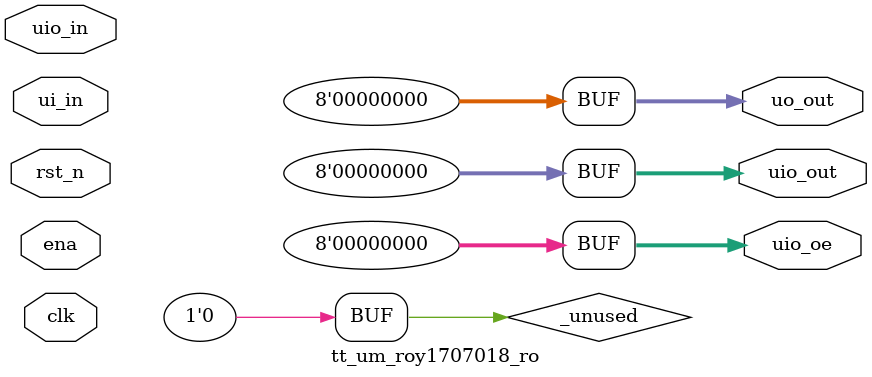
<source format=v>
/*
 * Copyright (c) 2024 Your Name
 * SPDX-License-Identifier: Apache-2.0
 */

`default_nettype none

module tt_um_roy1707018_ro (

	      // Include power ports for the Gate Level test:
`ifdef GL_TEST
      .VPWR(vpwr),
      .VGND(vgnd),
`endif
    input  wire [7:0] ui_in,    // Dedicated inputs (we'll use ui_in[1:0] for mux control)
    output wire [7:0] uo_out,   // Dedicated outputs (8-bit output of time count)
    input  wire [7:0] uio_in,   // IOs: Input path
    output wire [7:0] uio_out,  // IOs: Output path
    output wire [7:0] uio_oe,   // IOs: Enable path (active high: 0=input, 1=output)
    input  wire       ena,      // Don't use (used for power gating)
    input  wire       clk,      // System clock
    input  wire       rst_n     // Active-low reset
);


     // Signals to activate the ring oscillators and store their outputs
    wire [15:0] ro1_out;   // Output from the first 32 ROs
    wire [15:0] ro2_out;   // Output from the second 32 ROs

    // Instantiate the ro_only module
    ring_osc_buffer u_ro_only (
        .rst_n(rst_n),
        .clk(clk),
        .ro_activate_1(ui_in[0]),  // Use ui_in[0] to activate RO1 set
        .ro_activate_2(ui_in[1]),  // Use ui_in[1] to activate RO2 set
        .ro1_out(ro1_out),
        .ro2_out(ro2_out)
    );

    // Output the selected 8 bits to uo_out
   // assign uo_out = selected_count;
    assign uo_out[7:0] = 8'b0;
    assign uio_out = 0;
    assign uio_oe = 0;


  // List all unused inputs to prevent warnings
  wire _unused = &{ena, uio_in, 1'b0};







endmodule

</source>
